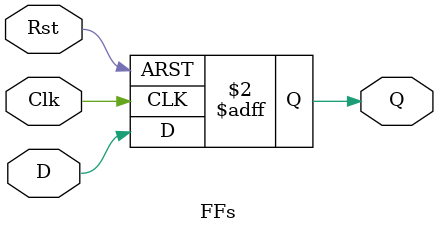
<source format=v>
`timescale 1ns / 1ps


module FFs(Clk,Rst,D,Q);

  input  Clk;
  input  Rst;
  input  D;
  output Q;
  reg    Q;
  
  // D Flip-Flop with Synchronous Reset
//  always @ (posedge Clk)
//  begin
//    if (Rst == 1)
//	   Q <= 1'b0;
//	 else
//	 begin
//	   Q <= D;
//	 end
//  end
  
  // D Flip-Flop with Asynchronous Reset
  
  always @ (posedge Clk or posedge Rst)
  begin
    if (Rst)
	   Q <= 1'b0;
	 else
	 begin
	   Q <= D;
	 end
  end



endmodule 
</source>
